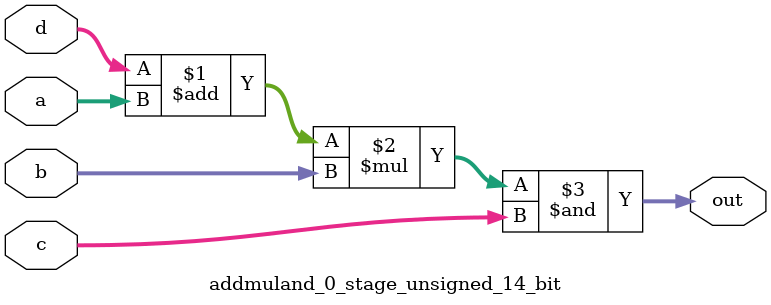
<source format=sv>
(* use_dsp = "yes" *) module addmuland_0_stage_unsigned_14_bit(
	input  [13:0] a,
	input  [13:0] b,
	input  [13:0] c,
	input  [13:0] d,
	output [13:0] out
	);

	assign out = ((d + a) * b) & c;
endmodule

</source>
